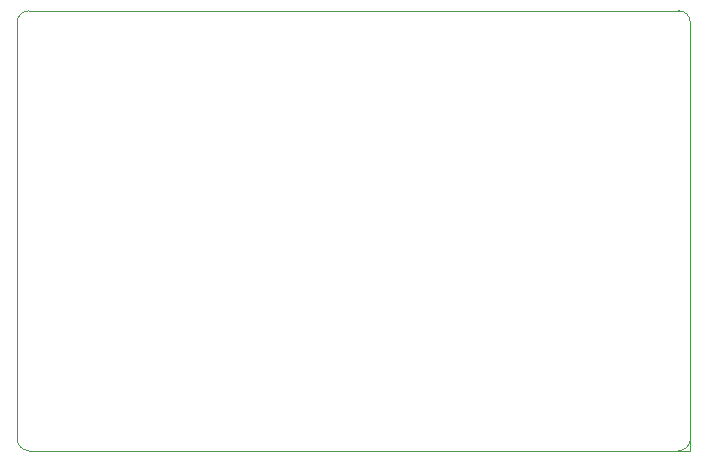
<source format=gbr>
G04 #@! TF.GenerationSoftware,KiCad,Pcbnew,5.1.0*
G04 #@! TF.CreationDate,2019-04-23T22:24:47-05:00*
G04 #@! TF.ProjectId,LedMatrix,4c65644d-6174-4726-9978-2e6b69636164,rev?*
G04 #@! TF.SameCoordinates,Original*
G04 #@! TF.FileFunction,Profile,NP*
%FSLAX46Y46*%
G04 Gerber Fmt 4.6, Leading zero omitted, Abs format (unit mm)*
G04 Created by KiCad (PCBNEW 5.1.0) date 2019-04-23 22:24:47*
%MOMM*%
%LPD*%
G04 APERTURE LIST*
%ADD10C,0.050000*%
G04 APERTURE END LIST*
D10*
X86250000Y-79750000D02*
X86250000Y-44500000D01*
X142250000Y-43500000D02*
G75*
G02X143250000Y-44500000I0J-1000000D01*
G01*
X143250000Y-79750000D02*
G75*
G02X142250000Y-80750000I-1000000J0D01*
G01*
X87250000Y-80750000D02*
G75*
G02X86250000Y-79750000I0J1000000D01*
G01*
X86250000Y-44500000D02*
G75*
G02X87250000Y-43500000I1000000J0D01*
G01*
X87250000Y-43500000D02*
X87250000Y-43500000D01*
X143250000Y-80750000D02*
X87250000Y-80750000D01*
X143250000Y-44500000D02*
X143250000Y-80750000D01*
X87250000Y-43500000D02*
X142250000Y-43500000D01*
M02*

</source>
